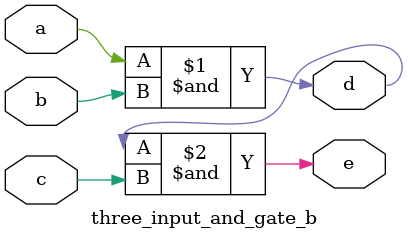
<source format=v>
`timescale 1ns / 1ps


module three_input_and_gate_b (a,b,c,d,e);
    input a, b, c;
    output d,e;
    
    assign d = a & b;
    assign e = d & c;
    
endmodule

</source>
